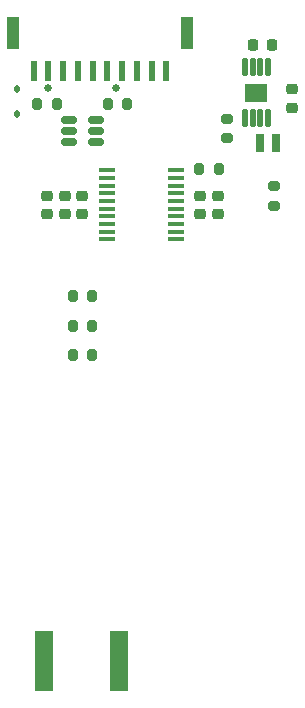
<source format=gbr>
%TF.GenerationSoftware,KiCad,Pcbnew,9.0.2*%
%TF.CreationDate,2025-06-18T22:14:32+09:00*%
%TF.ProjectId,LoRa_TM,4c6f5261-5f54-44d2-9e6b-696361645f70,rev?*%
%TF.SameCoordinates,Original*%
%TF.FileFunction,Soldermask,Bot*%
%TF.FilePolarity,Negative*%
%FSLAX46Y46*%
G04 Gerber Fmt 4.6, Leading zero omitted, Abs format (unit mm)*
G04 Created by KiCad (PCBNEW 9.0.2) date 2025-06-18 22:14:32*
%MOMM*%
%LPD*%
G01*
G04 APERTURE LIST*
G04 Aperture macros list*
%AMRoundRect*
0 Rectangle with rounded corners*
0 $1 Rounding radius*
0 $2 $3 $4 $5 $6 $7 $8 $9 X,Y pos of 4 corners*
0 Add a 4 corners polygon primitive as box body*
4,1,4,$2,$3,$4,$5,$6,$7,$8,$9,$2,$3,0*
0 Add four circle primitives for the rounded corners*
1,1,$1+$1,$2,$3*
1,1,$1+$1,$4,$5*
1,1,$1+$1,$6,$7*
1,1,$1+$1,$8,$9*
0 Add four rect primitives between the rounded corners*
20,1,$1+$1,$2,$3,$4,$5,0*
20,1,$1+$1,$4,$5,$6,$7,0*
20,1,$1+$1,$6,$7,$8,$9,0*
20,1,$1+$1,$8,$9,$2,$3,0*%
G04 Aperture macros list end*
%ADD10RoundRect,0.200000X-0.200000X-0.275000X0.200000X-0.275000X0.200000X0.275000X-0.200000X0.275000X0*%
%ADD11RoundRect,0.097500X-0.227500X-0.702500X0.227500X-0.702500X0.227500X0.702500X-0.227500X0.702500X0*%
%ADD12RoundRect,0.225000X0.250000X-0.225000X0.250000X0.225000X-0.250000X0.225000X-0.250000X-0.225000X0*%
%ADD13RoundRect,0.225000X-0.250000X0.225000X-0.250000X-0.225000X0.250000X-0.225000X0.250000X0.225000X0*%
%ADD14C,0.650000*%
%ADD15RoundRect,0.225000X-0.225000X-0.250000X0.225000X-0.250000X0.225000X0.250000X-0.225000X0.250000X0*%
%ADD16RoundRect,0.112500X0.112500X-0.187500X0.112500X0.187500X-0.112500X0.187500X-0.112500X-0.187500X0*%
%ADD17R,1.500000X5.080000*%
%ADD18RoundRect,0.200000X0.200000X0.275000X-0.200000X0.275000X-0.200000X-0.275000X0.200000X-0.275000X0*%
%ADD19RoundRect,0.150000X-0.512500X-0.150000X0.512500X-0.150000X0.512500X0.150000X-0.512500X0.150000X0*%
%ADD20RoundRect,0.200000X-0.275000X0.200000X-0.275000X-0.200000X0.275000X-0.200000X0.275000X0.200000X0*%
%ADD21RoundRect,0.200000X0.275000X-0.200000X0.275000X0.200000X-0.275000X0.200000X-0.275000X-0.200000X0*%
%ADD22RoundRect,0.125000X0.125000X-0.600000X0.125000X0.600000X-0.125000X0.600000X-0.125000X-0.600000X0*%
%ADD23R,1.890000X1.570000*%
%ADD24R,1.473200X0.355600*%
%ADD25R,1.000000X2.800000*%
%ADD26R,0.600000X1.800000*%
G04 APERTURE END LIST*
D10*
%TO.C,R9*%
X92233000Y-96726000D03*
X93883000Y-96726000D03*
%TD*%
D11*
%TO.C,L1*%
X108133000Y-81286000D03*
X109483000Y-81286000D03*
%TD*%
D12*
%TO.C,C6*%
X110808000Y-76701000D03*
X110808000Y-78251000D03*
%TD*%
D13*
%TO.C,C5*%
X104558000Y-85701000D03*
X104558000Y-87251000D03*
%TD*%
%TO.C,C2*%
X90058000Y-85701000D03*
X90058000Y-87251000D03*
%TD*%
D14*
%TO.C,J2*%
X90168000Y-76581000D03*
X95948000Y-76581000D03*
%TD*%
D15*
%TO.C,C1*%
X107533000Y-72912000D03*
X109083000Y-72912000D03*
%TD*%
D16*
%TO.C,D1*%
X87558000Y-78776000D03*
X87558000Y-76676000D03*
%TD*%
D17*
%TO.C,J3*%
X89821000Y-125117500D03*
X96196000Y-125117500D03*
%TD*%
D18*
%TO.C,R15*%
X93883000Y-94226000D03*
X92233000Y-94226000D03*
%TD*%
D10*
%TO.C,R1*%
X96883000Y-77976000D03*
X95233000Y-77976000D03*
%TD*%
D18*
%TO.C,R2*%
X90883000Y-77976000D03*
X89233000Y-77976000D03*
%TD*%
D13*
%TO.C,C7*%
X93058000Y-85701000D03*
X93058000Y-87251000D03*
%TD*%
%TO.C,C3*%
X103034000Y-85714000D03*
X103034000Y-87264000D03*
%TD*%
D18*
%TO.C,R3*%
X104633000Y-83476000D03*
X102983000Y-83476000D03*
%TD*%
D13*
%TO.C,C4*%
X91558000Y-85701000D03*
X91558000Y-87251000D03*
%TD*%
D19*
%TO.C,U3*%
X91920500Y-81176000D03*
X91920500Y-80226000D03*
X91920500Y-79276000D03*
X94195500Y-79276000D03*
X94195500Y-80226000D03*
X94195500Y-81176000D03*
%TD*%
D20*
%TO.C,R14*%
X109308000Y-84901000D03*
X109308000Y-86551000D03*
%TD*%
D21*
%TO.C,R5*%
X105308000Y-80849000D03*
X105308000Y-79199000D03*
%TD*%
D10*
%TO.C,R10*%
X92233000Y-99238000D03*
X93883000Y-99238000D03*
%TD*%
D22*
%TO.C,U2*%
X108783000Y-79126000D03*
X108133000Y-79126000D03*
X107483000Y-79126000D03*
X106833000Y-79126000D03*
X106833000Y-74826000D03*
X107483000Y-74826000D03*
X108133000Y-74826000D03*
X108783000Y-74826000D03*
D23*
X107808000Y-76976000D03*
%TD*%
D24*
%TO.C,U1*%
X100979000Y-83551000D03*
X100979000Y-84201001D03*
X100979000Y-84850999D03*
X100979000Y-85501001D03*
X100979000Y-86150999D03*
X100979000Y-86800998D03*
X100979000Y-87450999D03*
X100979000Y-88100998D03*
X100979000Y-88750999D03*
X100979000Y-89400998D03*
X95137000Y-89401000D03*
X95137000Y-88751002D03*
X95137000Y-88101001D03*
X95137000Y-87451002D03*
X95137000Y-86801001D03*
X95137000Y-86151002D03*
X95137000Y-85501001D03*
X95137000Y-84851002D03*
X95137000Y-84201001D03*
X95137000Y-83551002D03*
%TD*%
D25*
%TO.C,J1*%
X87208000Y-71922000D03*
X101908000Y-71922000D03*
D26*
X88933000Y-75122000D03*
X90183000Y-75122000D03*
X91433000Y-75122000D03*
X92683000Y-75122000D03*
X93933000Y-75122000D03*
X95183000Y-75122000D03*
X96433000Y-75122000D03*
X97683000Y-75122000D03*
X98933000Y-75122000D03*
X100183000Y-75122000D03*
%TD*%
M02*

</source>
